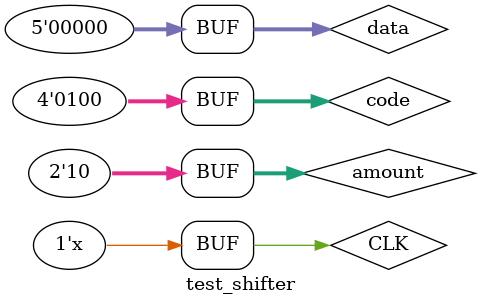
<source format=v>
/*
	Aaron Chan
	ECE351 (Spring 2017)
	Homework #8 - Barrel Shifter Design Project
	
	- Barrel Shifter Testbench  -
	Tests every op code for functionality. 
*/
module test_shifter;

	wire [4:0] OUT;	// For output of shifter
	
	reg [4:0] data;
	reg [1:0] amount;
	reg [3:0] code;
	reg 	  CLK;
	
	// instantiate barrel shifter, leave default N = 5
	barrel_shifter N1(
				.datain(data),
				.op(code),
				.s(amount),
				.clk(CLK),
				.dataout(OUT) );
				
	initial
	begin
		// Load first
		data = 5'b00000; code = 4'b0100; amount = 0; CLK = 0;
		
		// Load value that we can test other ops with
		#2 data = 5'b01010;
		
		// Test to see if it will hold values with changing inputs
		#2 data = 5'b10000; code = 4'b0101; amount = 2;
		
		// Rotate left by 2 bits
		#2 code = 4'b1000;
		
		// Rotate right by 2 bits.
		#2 code = 4'b0001;
		
		// Rotate right again by 3 bits.
		#2 amount = 3; code = 4'b1001; 
		
		// logical shift left by 1
		#2 amount = 1; code = 4'b0010;
		
		// right arithmetic shift by 0 (shouldn't do anything)
		#2 amount = 0; code = 4'b1011;
		
		// right arithmetic shift by 3
		#2 amount = 3;
		
		// test hold again
		#2 code = 4'b0101; amount = 2; data = 5'b10010;
		
		// test undefined opcode. Module should just hold.
		#2 code = 4'b0111;
		
		// load new value
		#2 code = 4'b0100; 
		
		// arithmetic right shift by 2
		#2 code = 4'b1011;
			
		// arithmetic shift left by 2
		#2 code = 4'b1010;
		
		// load again and finish
		#2 data = 5'b00000; code = 4'b0100;
	end
	
	always
		#1 CLK = ~CLK;
		
endmodule
</source>
